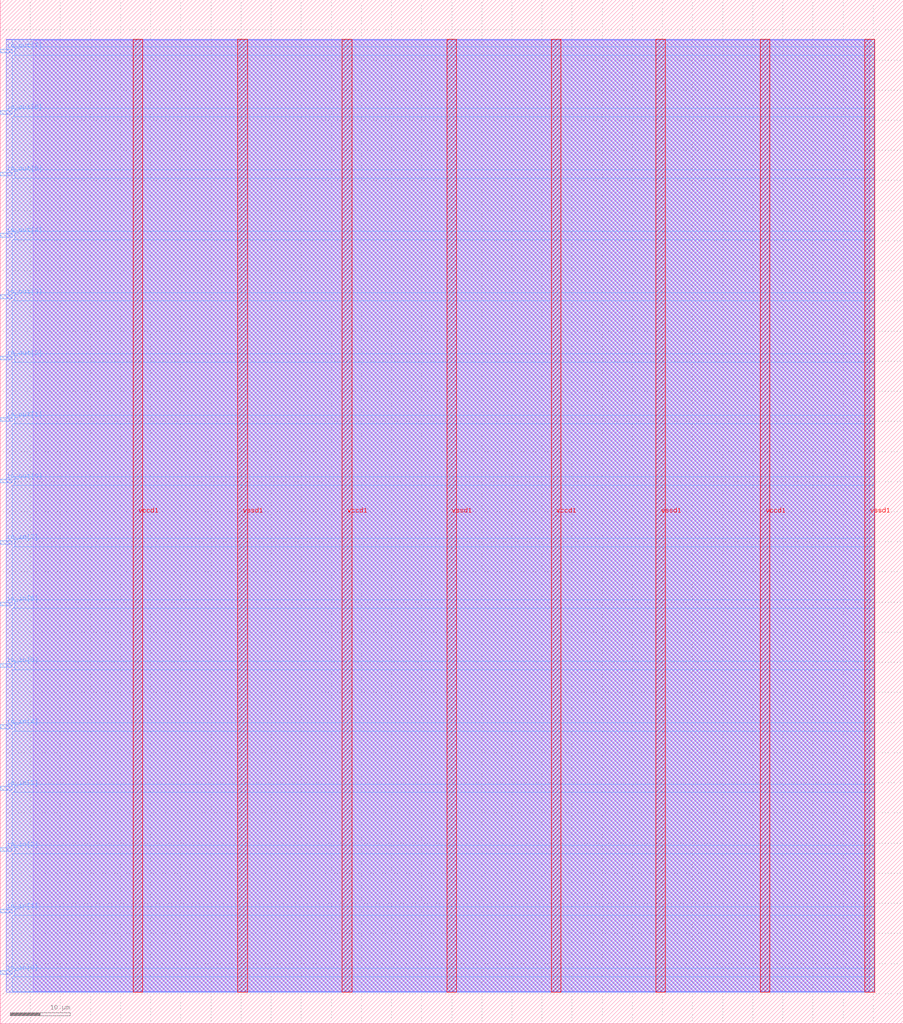
<source format=lef>
VERSION 5.7 ;
  NOWIREEXTENSIONATPIN ON ;
  DIVIDERCHAR "/" ;
  BUSBITCHARS "[]" ;
MACRO user_module_341614374571475540
  CLASS BLOCK ;
  FOREIGN user_module_341614374571475540 ;
  ORIGIN 0.000 0.000 ;
  SIZE 150.000 BY 170.000 ;
  PIN io_in[0]
    DIRECTION INPUT ;
    USE SIGNAL ;
    PORT
      LAYER met3 ;
        RECT 0.000 8.200 2.000 8.800 ;
    END
  END io_in[0]
  PIN io_in[1]
    DIRECTION INPUT ;
    USE SIGNAL ;
    PORT
      LAYER met3 ;
        RECT 0.000 18.400 2.000 19.000 ;
    END
  END io_in[1]
  PIN io_in[2]
    DIRECTION INPUT ;
    USE SIGNAL ;
    PORT
      LAYER met3 ;
        RECT 0.000 28.600 2.000 29.200 ;
    END
  END io_in[2]
  PIN io_in[3]
    DIRECTION INPUT ;
    USE SIGNAL ;
    PORT
      LAYER met3 ;
        RECT 0.000 38.800 2.000 39.400 ;
    END
  END io_in[3]
  PIN io_in[4]
    DIRECTION INPUT ;
    USE SIGNAL ;
    PORT
      LAYER met3 ;
        RECT 0.000 49.000 2.000 49.600 ;
    END
  END io_in[4]
  PIN io_in[5]
    DIRECTION INPUT ;
    USE SIGNAL ;
    PORT
      LAYER met3 ;
        RECT 0.000 59.200 2.000 59.800 ;
    END
  END io_in[5]
  PIN io_in[6]
    DIRECTION INPUT ;
    USE SIGNAL ;
    PORT
      LAYER met3 ;
        RECT 0.000 69.400 2.000 70.000 ;
    END
  END io_in[6]
  PIN io_in[7]
    DIRECTION INPUT ;
    USE SIGNAL ;
    PORT
      LAYER met3 ;
        RECT 0.000 79.600 2.000 80.200 ;
    END
  END io_in[7]
  PIN io_out[0]
    DIRECTION OUTPUT TRISTATE ;
    USE SIGNAL ;
    PORT
      LAYER met3 ;
        RECT 0.000 89.800 2.000 90.400 ;
    END
  END io_out[0]
  PIN io_out[1]
    DIRECTION OUTPUT TRISTATE ;
    USE SIGNAL ;
    PORT
      LAYER met3 ;
        RECT 0.000 100.000 2.000 100.600 ;
    END
  END io_out[1]
  PIN io_out[2]
    DIRECTION OUTPUT TRISTATE ;
    USE SIGNAL ;
    PORT
      LAYER met3 ;
        RECT 0.000 110.200 2.000 110.800 ;
    END
  END io_out[2]
  PIN io_out[3]
    DIRECTION OUTPUT TRISTATE ;
    USE SIGNAL ;
    PORT
      LAYER met3 ;
        RECT 0.000 120.400 2.000 121.000 ;
    END
  END io_out[3]
  PIN io_out[4]
    DIRECTION OUTPUT TRISTATE ;
    USE SIGNAL ;
    PORT
      LAYER met3 ;
        RECT 0.000 130.600 2.000 131.200 ;
    END
  END io_out[4]
  PIN io_out[5]
    DIRECTION OUTPUT TRISTATE ;
    USE SIGNAL ;
    PORT
      LAYER met3 ;
        RECT 0.000 140.800 2.000 141.400 ;
    END
  END io_out[5]
  PIN io_out[6]
    DIRECTION OUTPUT TRISTATE ;
    USE SIGNAL ;
    PORT
      LAYER met3 ;
        RECT 0.000 151.000 2.000 151.600 ;
    END
  END io_out[6]
  PIN io_out[7]
    DIRECTION OUTPUT TRISTATE ;
    USE SIGNAL ;
    PORT
      LAYER met3 ;
        RECT 0.000 161.200 2.000 161.800 ;
    END
  END io_out[7]
  PIN vccd1
    DIRECTION INOUT ;
    USE POWER ;
    PORT
      LAYER met4 ;
        RECT 22.085 5.200 23.685 163.440 ;
    END
    PORT
      LAYER met4 ;
        RECT 56.815 5.200 58.415 163.440 ;
    END
    PORT
      LAYER met4 ;
        RECT 91.545 5.200 93.145 163.440 ;
    END
    PORT
      LAYER met4 ;
        RECT 126.275 5.200 127.875 163.440 ;
    END
  END vccd1
  PIN vssd1
    DIRECTION INOUT ;
    USE GROUND ;
    PORT
      LAYER met4 ;
        RECT 39.450 5.200 41.050 163.440 ;
    END
    PORT
      LAYER met4 ;
        RECT 74.180 5.200 75.780 163.440 ;
    END
    PORT
      LAYER met4 ;
        RECT 108.910 5.200 110.510 163.440 ;
    END
    PORT
      LAYER met4 ;
        RECT 143.640 5.200 145.240 163.440 ;
    END
  END vssd1
  OBS
      LAYER li1 ;
        RECT 5.520 5.355 144.440 163.285 ;
      LAYER met1 ;
        RECT 0.990 5.200 145.240 163.440 ;
      LAYER met2 ;
        RECT 1.020 5.255 145.210 163.385 ;
      LAYER met3 ;
        RECT 2.000 162.200 145.230 163.365 ;
        RECT 2.400 160.800 145.230 162.200 ;
        RECT 2.000 152.000 145.230 160.800 ;
        RECT 2.400 150.600 145.230 152.000 ;
        RECT 2.000 141.800 145.230 150.600 ;
        RECT 2.400 140.400 145.230 141.800 ;
        RECT 2.000 131.600 145.230 140.400 ;
        RECT 2.400 130.200 145.230 131.600 ;
        RECT 2.000 121.400 145.230 130.200 ;
        RECT 2.400 120.000 145.230 121.400 ;
        RECT 2.000 111.200 145.230 120.000 ;
        RECT 2.400 109.800 145.230 111.200 ;
        RECT 2.000 101.000 145.230 109.800 ;
        RECT 2.400 99.600 145.230 101.000 ;
        RECT 2.000 90.800 145.230 99.600 ;
        RECT 2.400 89.400 145.230 90.800 ;
        RECT 2.000 80.600 145.230 89.400 ;
        RECT 2.400 79.200 145.230 80.600 ;
        RECT 2.000 70.400 145.230 79.200 ;
        RECT 2.400 69.000 145.230 70.400 ;
        RECT 2.000 60.200 145.230 69.000 ;
        RECT 2.400 58.800 145.230 60.200 ;
        RECT 2.000 50.000 145.230 58.800 ;
        RECT 2.400 48.600 145.230 50.000 ;
        RECT 2.000 39.800 145.230 48.600 ;
        RECT 2.400 38.400 145.230 39.800 ;
        RECT 2.000 29.600 145.230 38.400 ;
        RECT 2.400 28.200 145.230 29.600 ;
        RECT 2.000 19.400 145.230 28.200 ;
        RECT 2.400 18.000 145.230 19.400 ;
        RECT 2.000 9.200 145.230 18.000 ;
        RECT 2.400 7.800 145.230 9.200 ;
        RECT 2.000 5.275 145.230 7.800 ;
  END
END user_module_341614374571475540
END LIBRARY


</source>
